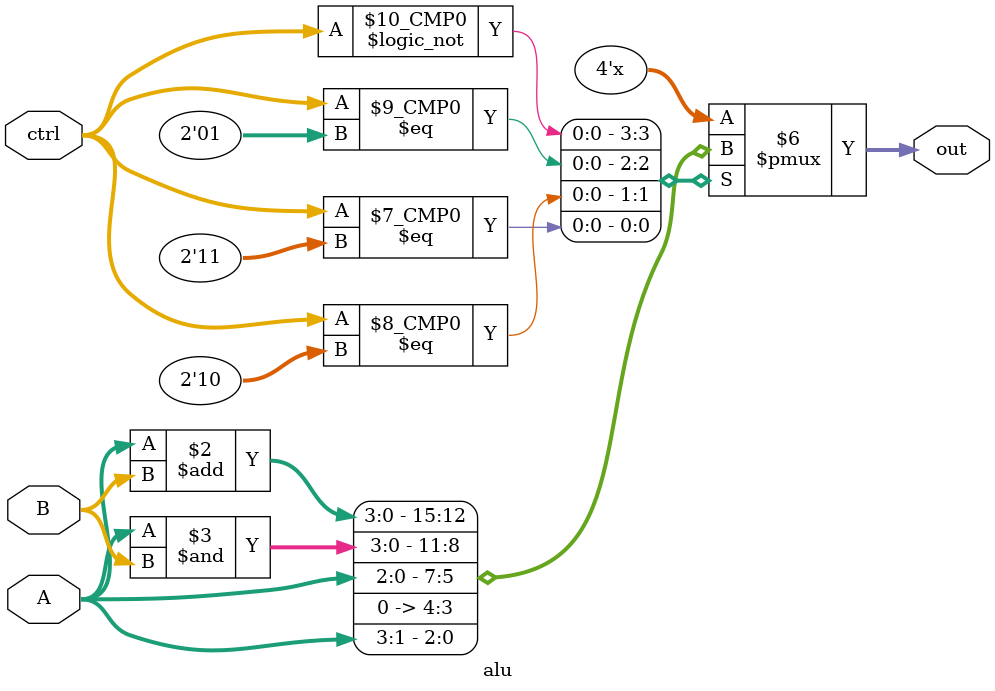
<source format=v>
module alu (A,B,ctrl,out);
input signed [3:0] A,B;
input [1:0] ctrl;
output reg signed [3:0] out;

always @(*)

begin
   case (ctrl)
   2'b00 : out = A + B;
   2'b01 : out = A & B;
   2'b10 : out = A << 1;
   2'b11 : out = A >> 1;
   endcase
end

endmodule
</source>
